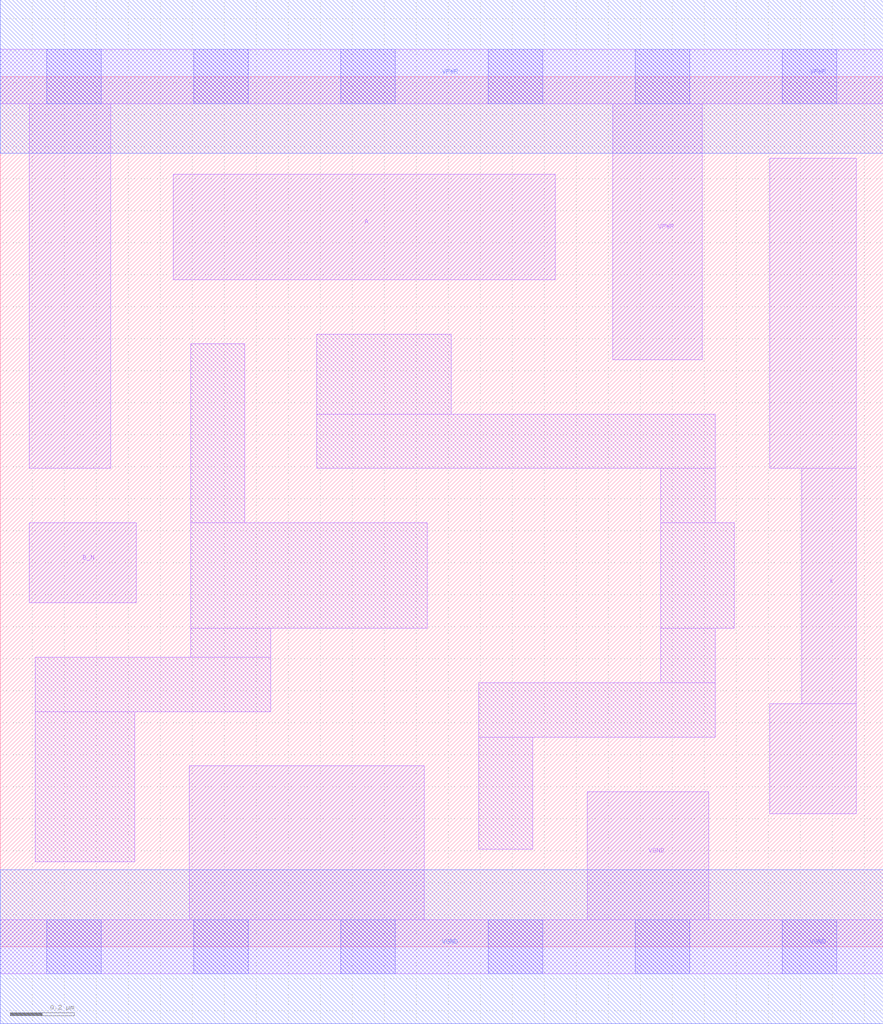
<source format=lef>
# Copyright 2020 The SkyWater PDK Authors
#
# Licensed under the Apache License, Version 2.0 (the "License");
# you may not use this file except in compliance with the License.
# You may obtain a copy of the License at
#
#     https://www.apache.org/licenses/LICENSE-2.0
#
# Unless required by applicable law or agreed to in writing, software
# distributed under the License is distributed on an "AS IS" BASIS,
# WITHOUT WARRANTIES OR CONDITIONS OF ANY KIND, either express or implied.
# See the License for the specific language governing permissions and
# limitations under the License.
#
# SPDX-License-Identifier: Apache-2.0

VERSION 5.7 ;
  NAMESCASESENSITIVE ON ;
  NOWIREEXTENSIONATPIN ON ;
  DIVIDERCHAR "/" ;
  BUSBITCHARS "[]" ;
UNITS
  DATABASE MICRONS 200 ;
END UNITS
MACRO sky130_fd_sc_hd__or2b_1
  CLASS CORE ;
  SOURCE USER ;
  FOREIGN sky130_fd_sc_hd__or2b_1 ;
  ORIGIN  0.000000  0.000000 ;
  SIZE  2.760000 BY  2.720000 ;
  SYMMETRY X Y R90 ;
  SITE unithd ;
  PIN A
    ANTENNAGATEAREA  0.126000 ;
    DIRECTION INPUT ;
    USE SIGNAL ;
    PORT
      LAYER li1 ;
        RECT 0.540000 2.085000 1.735000 2.415000 ;
    END
  END A
  PIN B_N
    ANTENNAGATEAREA  0.126000 ;
    DIRECTION INPUT ;
    USE SIGNAL ;
    PORT
      LAYER li1 ;
        RECT 0.090000 1.075000 0.425000 1.325000 ;
    END
  END B_N
  PIN X
    ANTENNADIFFAREA  0.445500 ;
    DIRECTION OUTPUT ;
    USE SIGNAL ;
    PORT
      LAYER li1 ;
        RECT 2.405000 0.415000 2.675000 0.760000 ;
        RECT 2.405000 1.495000 2.675000 2.465000 ;
        RECT 2.505000 0.760000 2.675000 1.495000 ;
    END
  END X
  PIN VGND
    DIRECTION INOUT ;
    SHAPE ABUTMENT ;
    USE GROUND ;
    PORT
      LAYER li1 ;
        RECT 0.000000 -0.085000 2.760000 0.085000 ;
        RECT 0.590000  0.085000 1.325000 0.565000 ;
        RECT 1.835000  0.085000 2.215000 0.485000 ;
      LAYER mcon ;
        RECT 0.145000 -0.085000 0.315000 0.085000 ;
        RECT 0.605000 -0.085000 0.775000 0.085000 ;
        RECT 1.065000 -0.085000 1.235000 0.085000 ;
        RECT 1.525000 -0.085000 1.695000 0.085000 ;
        RECT 1.985000 -0.085000 2.155000 0.085000 ;
        RECT 2.445000 -0.085000 2.615000 0.085000 ;
      LAYER met1 ;
        RECT 0.000000 -0.240000 2.760000 0.240000 ;
    END
  END VGND
  PIN VPWR
    DIRECTION INOUT ;
    SHAPE ABUTMENT ;
    USE POWER ;
    PORT
      LAYER li1 ;
        RECT 0.000000 2.635000 2.760000 2.805000 ;
        RECT 0.090000 1.495000 0.345000 2.635000 ;
        RECT 1.915000 1.835000 2.195000 2.635000 ;
      LAYER mcon ;
        RECT 0.145000 2.635000 0.315000 2.805000 ;
        RECT 0.605000 2.635000 0.775000 2.805000 ;
        RECT 1.065000 2.635000 1.235000 2.805000 ;
        RECT 1.525000 2.635000 1.695000 2.805000 ;
        RECT 1.985000 2.635000 2.155000 2.805000 ;
        RECT 2.445000 2.635000 2.615000 2.805000 ;
      LAYER met1 ;
        RECT 0.000000 2.480000 2.760000 2.960000 ;
    END
  END VPWR
  OBS
    LAYER li1 ;
      RECT 0.110000 0.265000 0.420000 0.735000 ;
      RECT 0.110000 0.735000 0.845000 0.905000 ;
      RECT 0.595000 0.905000 0.845000 0.995000 ;
      RECT 0.595000 0.995000 1.335000 1.325000 ;
      RECT 0.595000 1.325000 0.765000 1.885000 ;
      RECT 0.990000 1.495000 2.235000 1.665000 ;
      RECT 0.990000 1.665000 1.410000 1.915000 ;
      RECT 1.495000 0.305000 1.665000 0.655000 ;
      RECT 1.495000 0.655000 2.235000 0.825000 ;
      RECT 2.065000 0.825000 2.235000 0.995000 ;
      RECT 2.065000 0.995000 2.295000 1.325000 ;
      RECT 2.065000 1.325000 2.235000 1.495000 ;
  END
END sky130_fd_sc_hd__or2b_1

</source>
